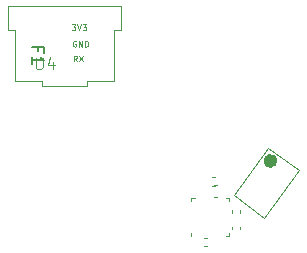
<source format=gbr>
%TF.GenerationSoftware,KiCad,Pcbnew,7.0.8*%
%TF.CreationDate,2024-02-20T09:55:18-08:00*%
%TF.ProjectId,adapter-encoder-pcb,61646170-7465-4722-9d65-6e636f646572,rev?*%
%TF.SameCoordinates,PX8db6561PY6e74585*%
%TF.FileFunction,Legend,Top*%
%TF.FilePolarity,Positive*%
%FSLAX46Y46*%
G04 Gerber Fmt 4.6, Leading zero omitted, Abs format (unit mm)*
G04 Created by KiCad (PCBNEW 7.0.8) date 2024-02-20 09:55:18*
%MOMM*%
%LPD*%
G01*
G04 APERTURE LIST*
%ADD10C,0.100000*%
%ADD11C,0.150000*%
%ADD12C,0.120000*%
%ADD13C,0.600000*%
%ADD14C,0.050000*%
G04 APERTURE END LIST*
D10*
X-16103259Y11992581D02*
X-16150878Y12016391D01*
X-16150878Y12016391D02*
X-16222307Y12016391D01*
X-16222307Y12016391D02*
X-16293735Y11992581D01*
X-16293735Y11992581D02*
X-16341354Y11944962D01*
X-16341354Y11944962D02*
X-16365164Y11897343D01*
X-16365164Y11897343D02*
X-16388973Y11802105D01*
X-16388973Y11802105D02*
X-16388973Y11730677D01*
X-16388973Y11730677D02*
X-16365164Y11635439D01*
X-16365164Y11635439D02*
X-16341354Y11587820D01*
X-16341354Y11587820D02*
X-16293735Y11540200D01*
X-16293735Y11540200D02*
X-16222307Y11516391D01*
X-16222307Y11516391D02*
X-16174688Y11516391D01*
X-16174688Y11516391D02*
X-16103259Y11540200D01*
X-16103259Y11540200D02*
X-16079450Y11564010D01*
X-16079450Y11564010D02*
X-16079450Y11730677D01*
X-16079450Y11730677D02*
X-16174688Y11730677D01*
X-15865164Y11516391D02*
X-15865164Y12016391D01*
X-15865164Y12016391D02*
X-15579450Y11516391D01*
X-15579450Y11516391D02*
X-15579450Y12016391D01*
X-15341354Y11516391D02*
X-15341354Y12016391D01*
X-15341354Y12016391D02*
X-15222306Y12016391D01*
X-15222306Y12016391D02*
X-15150878Y11992581D01*
X-15150878Y11992581D02*
X-15103259Y11944962D01*
X-15103259Y11944962D02*
X-15079449Y11897343D01*
X-15079449Y11897343D02*
X-15055640Y11802105D01*
X-15055640Y11802105D02*
X-15055640Y11730677D01*
X-15055640Y11730677D02*
X-15079449Y11635439D01*
X-15079449Y11635439D02*
X-15103259Y11587820D01*
X-15103259Y11587820D02*
X-15150878Y11540200D01*
X-15150878Y11540200D02*
X-15222306Y11516391D01*
X-15222306Y11516391D02*
X-15341354Y11516391D01*
X-16029450Y10266391D02*
X-16196116Y10504486D01*
X-16315164Y10266391D02*
X-16315164Y10766391D01*
X-16315164Y10766391D02*
X-16124688Y10766391D01*
X-16124688Y10766391D02*
X-16077069Y10742581D01*
X-16077069Y10742581D02*
X-16053259Y10718772D01*
X-16053259Y10718772D02*
X-16029450Y10671153D01*
X-16029450Y10671153D02*
X-16029450Y10599724D01*
X-16029450Y10599724D02*
X-16053259Y10552105D01*
X-16053259Y10552105D02*
X-16077069Y10528296D01*
X-16077069Y10528296D02*
X-16124688Y10504486D01*
X-16124688Y10504486D02*
X-16315164Y10504486D01*
X-15862783Y10766391D02*
X-15529450Y10266391D01*
X-15529450Y10766391D02*
X-15862783Y10266391D01*
X-16462783Y13416391D02*
X-16153259Y13416391D01*
X-16153259Y13416391D02*
X-16319926Y13225915D01*
X-16319926Y13225915D02*
X-16248497Y13225915D01*
X-16248497Y13225915D02*
X-16200878Y13202105D01*
X-16200878Y13202105D02*
X-16177069Y13178296D01*
X-16177069Y13178296D02*
X-16153259Y13130677D01*
X-16153259Y13130677D02*
X-16153259Y13011629D01*
X-16153259Y13011629D02*
X-16177069Y12964010D01*
X-16177069Y12964010D02*
X-16200878Y12940200D01*
X-16200878Y12940200D02*
X-16248497Y12916391D01*
X-16248497Y12916391D02*
X-16391354Y12916391D01*
X-16391354Y12916391D02*
X-16438973Y12940200D01*
X-16438973Y12940200D02*
X-16462783Y12964010D01*
X-16010402Y13416391D02*
X-15843736Y12916391D01*
X-15843736Y12916391D02*
X-15677069Y13416391D01*
X-15558022Y13416391D02*
X-15248498Y13416391D01*
X-15248498Y13416391D02*
X-15415165Y13225915D01*
X-15415165Y13225915D02*
X-15343736Y13225915D01*
X-15343736Y13225915D02*
X-15296117Y13202105D01*
X-15296117Y13202105D02*
X-15272308Y13178296D01*
X-15272308Y13178296D02*
X-15248498Y13130677D01*
X-15248498Y13130677D02*
X-15248498Y13011629D01*
X-15248498Y13011629D02*
X-15272308Y12964010D01*
X-15272308Y12964010D02*
X-15296117Y12940200D01*
X-15296117Y12940200D02*
X-15343736Y12916391D01*
X-15343736Y12916391D02*
X-15486593Y12916391D01*
X-15486593Y12916391D02*
X-15534212Y12940200D01*
X-15534212Y12940200D02*
X-15558022Y12964010D01*
D11*
X-19291010Y11133334D02*
X-19291010Y11466667D01*
X-19814820Y11466667D02*
X-18814820Y11466667D01*
X-18814820Y11466667D02*
X-18814820Y10990477D01*
X-19814820Y10085715D02*
X-19814820Y10657143D01*
X-19814820Y10371429D02*
X-18814820Y10371429D01*
X-18814820Y10371429D02*
X-18957677Y10466667D01*
X-18957677Y10466667D02*
X-19052915Y10561905D01*
X-19052915Y10561905D02*
X-19100534Y10657143D01*
D10*
X-19511905Y10592581D02*
X-19511905Y9783058D01*
X-19511905Y9783058D02*
X-19464286Y9687820D01*
X-19464286Y9687820D02*
X-19416667Y9640200D01*
X-19416667Y9640200D02*
X-19321429Y9592581D01*
X-19321429Y9592581D02*
X-19130953Y9592581D01*
X-19130953Y9592581D02*
X-19035715Y9640200D01*
X-19035715Y9640200D02*
X-18988096Y9687820D01*
X-18988096Y9687820D02*
X-18940477Y9783058D01*
X-18940477Y9783058D02*
X-18940477Y10592581D01*
X-18035715Y10259248D02*
X-18035715Y9592581D01*
X-18273810Y10640200D02*
X-18511905Y9925915D01*
X-18511905Y9925915D02*
X-17892858Y9925915D01*
D12*
%TO.C,C4*%
X-2190000Y-3712164D02*
X-2190000Y-3927836D01*
X-2910000Y-3712164D02*
X-2910000Y-3927836D01*
%TO.C,C3*%
X-4577836Y450000D02*
X-4362164Y450000D01*
X-4577836Y-270000D02*
X-4362164Y-270000D01*
%TO.C,C1*%
X-4460580Y-180000D02*
X-4179420Y-180000D01*
X-4460580Y-1200000D02*
X-4179420Y-1200000D01*
%TO.C,C5*%
X-5042164Y-5380000D02*
X-5257836Y-5380000D01*
X-5042164Y-4660000D02*
X-5257836Y-4660000D01*
%TO.C,U2*%
X-6370000Y-4520000D02*
X-6370000Y-4220000D01*
X-3130000Y-4520000D02*
X-3430000Y-4520000D01*
X-3130000Y-4520000D02*
X-3130000Y-4220000D01*
X-6370000Y-1280000D02*
X-6370000Y-1580000D01*
X-6370000Y-1280000D02*
X-6070000Y-1280000D01*
X-3130000Y-1280000D02*
X-3130000Y-1580000D01*
X-3130000Y-1280000D02*
X-3430000Y-1280000D01*
%TO.C,C2*%
X-2910000Y-2547836D02*
X-2910000Y-2332164D01*
X-2190000Y-2547836D02*
X-2190000Y-2332164D01*
%TO.C,U1*%
X175036Y2962999D02*
X-2763890Y-1082086D01*
X175036Y2962999D02*
X2763890Y1082086D01*
X-2763890Y-1082086D02*
X-175036Y-2962999D01*
X2763890Y1082086D02*
X-175036Y-2962999D01*
D13*
X652021Y1845557D02*
G75*
G03*
X652021Y1845557I-300000J0D01*
G01*
D14*
%TO.C,U4*%
X-21900000Y14950000D02*
X-21900000Y12950000D01*
X-21900000Y14950000D02*
X-17100000Y14950000D01*
X-21900000Y12950000D02*
X-21300000Y12950000D01*
X-21300000Y12950000D02*
X-21300000Y8650000D01*
X-21300000Y8650000D02*
X-19000000Y8650000D01*
X-19000000Y8650000D02*
X-19000000Y8150000D01*
X-19000000Y8150000D02*
X-17100000Y8150000D01*
X-15200000Y8650000D02*
X-15200000Y8150000D01*
X-15200000Y8150000D02*
X-17100000Y8150000D01*
X-12900000Y12950000D02*
X-12900000Y8650000D01*
X-12900000Y8650000D02*
X-15200000Y8650000D01*
X-12300000Y14950000D02*
X-17100000Y14950000D01*
X-12300000Y14950000D02*
X-12300000Y12950000D01*
X-12300000Y12950000D02*
X-12900000Y12950000D01*
%TD*%
M02*

</source>
